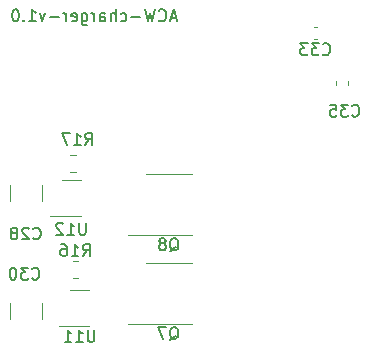
<source format=gbr>
%TF.GenerationSoftware,KiCad,Pcbnew,7.0.9-7.0.9~ubuntu22.04.1*%
%TF.CreationDate,2023-12-14T14:14:35+03:00*%
%TF.ProjectId,main-module,6d61696e-2d6d-46f6-9475-6c652e6b6963,rev?*%
%TF.SameCoordinates,Original*%
%TF.FileFunction,Legend,Bot*%
%TF.FilePolarity,Positive*%
%FSLAX46Y46*%
G04 Gerber Fmt 4.6, Leading zero omitted, Abs format (unit mm)*
G04 Created by KiCad (PCBNEW 7.0.9-7.0.9~ubuntu22.04.1) date 2023-12-14 14:14:35*
%MOMM*%
%LPD*%
G01*
G04 APERTURE LIST*
%ADD10C,0.150000*%
%ADD11C,0.120000*%
G04 APERTURE END LIST*
D10*
X159910839Y-61184104D02*
X159434649Y-61184104D01*
X160006077Y-61469819D02*
X159672744Y-60469819D01*
X159672744Y-60469819D02*
X159339411Y-61469819D01*
X158434649Y-61374580D02*
X158482268Y-61422200D01*
X158482268Y-61422200D02*
X158625125Y-61469819D01*
X158625125Y-61469819D02*
X158720363Y-61469819D01*
X158720363Y-61469819D02*
X158863220Y-61422200D01*
X158863220Y-61422200D02*
X158958458Y-61326961D01*
X158958458Y-61326961D02*
X159006077Y-61231723D01*
X159006077Y-61231723D02*
X159053696Y-61041247D01*
X159053696Y-61041247D02*
X159053696Y-60898390D01*
X159053696Y-60898390D02*
X159006077Y-60707914D01*
X159006077Y-60707914D02*
X158958458Y-60612676D01*
X158958458Y-60612676D02*
X158863220Y-60517438D01*
X158863220Y-60517438D02*
X158720363Y-60469819D01*
X158720363Y-60469819D02*
X158625125Y-60469819D01*
X158625125Y-60469819D02*
X158482268Y-60517438D01*
X158482268Y-60517438D02*
X158434649Y-60565057D01*
X158101315Y-60469819D02*
X157863220Y-61469819D01*
X157863220Y-61469819D02*
X157672744Y-60755533D01*
X157672744Y-60755533D02*
X157482268Y-61469819D01*
X157482268Y-61469819D02*
X157244173Y-60469819D01*
X156863220Y-61088866D02*
X156101316Y-61088866D01*
X155196554Y-61422200D02*
X155291792Y-61469819D01*
X155291792Y-61469819D02*
X155482268Y-61469819D01*
X155482268Y-61469819D02*
X155577506Y-61422200D01*
X155577506Y-61422200D02*
X155625125Y-61374580D01*
X155625125Y-61374580D02*
X155672744Y-61279342D01*
X155672744Y-61279342D02*
X155672744Y-60993628D01*
X155672744Y-60993628D02*
X155625125Y-60898390D01*
X155625125Y-60898390D02*
X155577506Y-60850771D01*
X155577506Y-60850771D02*
X155482268Y-60803152D01*
X155482268Y-60803152D02*
X155291792Y-60803152D01*
X155291792Y-60803152D02*
X155196554Y-60850771D01*
X154767982Y-61469819D02*
X154767982Y-60469819D01*
X154339411Y-61469819D02*
X154339411Y-60946009D01*
X154339411Y-60946009D02*
X154387030Y-60850771D01*
X154387030Y-60850771D02*
X154482268Y-60803152D01*
X154482268Y-60803152D02*
X154625125Y-60803152D01*
X154625125Y-60803152D02*
X154720363Y-60850771D01*
X154720363Y-60850771D02*
X154767982Y-60898390D01*
X153434649Y-61469819D02*
X153434649Y-60946009D01*
X153434649Y-60946009D02*
X153482268Y-60850771D01*
X153482268Y-60850771D02*
X153577506Y-60803152D01*
X153577506Y-60803152D02*
X153767982Y-60803152D01*
X153767982Y-60803152D02*
X153863220Y-60850771D01*
X153434649Y-61422200D02*
X153529887Y-61469819D01*
X153529887Y-61469819D02*
X153767982Y-61469819D01*
X153767982Y-61469819D02*
X153863220Y-61422200D01*
X153863220Y-61422200D02*
X153910839Y-61326961D01*
X153910839Y-61326961D02*
X153910839Y-61231723D01*
X153910839Y-61231723D02*
X153863220Y-61136485D01*
X153863220Y-61136485D02*
X153767982Y-61088866D01*
X153767982Y-61088866D02*
X153529887Y-61088866D01*
X153529887Y-61088866D02*
X153434649Y-61041247D01*
X152958458Y-61469819D02*
X152958458Y-60803152D01*
X152958458Y-60993628D02*
X152910839Y-60898390D01*
X152910839Y-60898390D02*
X152863220Y-60850771D01*
X152863220Y-60850771D02*
X152767982Y-60803152D01*
X152767982Y-60803152D02*
X152672744Y-60803152D01*
X151910839Y-60803152D02*
X151910839Y-61612676D01*
X151910839Y-61612676D02*
X151958458Y-61707914D01*
X151958458Y-61707914D02*
X152006077Y-61755533D01*
X152006077Y-61755533D02*
X152101315Y-61803152D01*
X152101315Y-61803152D02*
X152244172Y-61803152D01*
X152244172Y-61803152D02*
X152339410Y-61755533D01*
X151910839Y-61422200D02*
X152006077Y-61469819D01*
X152006077Y-61469819D02*
X152196553Y-61469819D01*
X152196553Y-61469819D02*
X152291791Y-61422200D01*
X152291791Y-61422200D02*
X152339410Y-61374580D01*
X152339410Y-61374580D02*
X152387029Y-61279342D01*
X152387029Y-61279342D02*
X152387029Y-60993628D01*
X152387029Y-60993628D02*
X152339410Y-60898390D01*
X152339410Y-60898390D02*
X152291791Y-60850771D01*
X152291791Y-60850771D02*
X152196553Y-60803152D01*
X152196553Y-60803152D02*
X152006077Y-60803152D01*
X152006077Y-60803152D02*
X151910839Y-60850771D01*
X151053696Y-61422200D02*
X151148934Y-61469819D01*
X151148934Y-61469819D02*
X151339410Y-61469819D01*
X151339410Y-61469819D02*
X151434648Y-61422200D01*
X151434648Y-61422200D02*
X151482267Y-61326961D01*
X151482267Y-61326961D02*
X151482267Y-60946009D01*
X151482267Y-60946009D02*
X151434648Y-60850771D01*
X151434648Y-60850771D02*
X151339410Y-60803152D01*
X151339410Y-60803152D02*
X151148934Y-60803152D01*
X151148934Y-60803152D02*
X151053696Y-60850771D01*
X151053696Y-60850771D02*
X151006077Y-60946009D01*
X151006077Y-60946009D02*
X151006077Y-61041247D01*
X151006077Y-61041247D02*
X151482267Y-61136485D01*
X150577505Y-61469819D02*
X150577505Y-60803152D01*
X150577505Y-60993628D02*
X150529886Y-60898390D01*
X150529886Y-60898390D02*
X150482267Y-60850771D01*
X150482267Y-60850771D02*
X150387029Y-60803152D01*
X150387029Y-60803152D02*
X150291791Y-60803152D01*
X149958457Y-61088866D02*
X149196553Y-61088866D01*
X148815600Y-60803152D02*
X148577505Y-61469819D01*
X148577505Y-61469819D02*
X148339410Y-60803152D01*
X147434648Y-61469819D02*
X148006076Y-61469819D01*
X147720362Y-61469819D02*
X147720362Y-60469819D01*
X147720362Y-60469819D02*
X147815600Y-60612676D01*
X147815600Y-60612676D02*
X147910838Y-60707914D01*
X147910838Y-60707914D02*
X148006076Y-60755533D01*
X147006076Y-61374580D02*
X146958457Y-61422200D01*
X146958457Y-61422200D02*
X147006076Y-61469819D01*
X147006076Y-61469819D02*
X147053695Y-61422200D01*
X147053695Y-61422200D02*
X147006076Y-61374580D01*
X147006076Y-61374580D02*
X147006076Y-61469819D01*
X146339410Y-60469819D02*
X146244172Y-60469819D01*
X146244172Y-60469819D02*
X146148934Y-60517438D01*
X146148934Y-60517438D02*
X146101315Y-60565057D01*
X146101315Y-60565057D02*
X146053696Y-60660295D01*
X146053696Y-60660295D02*
X146006077Y-60850771D01*
X146006077Y-60850771D02*
X146006077Y-61088866D01*
X146006077Y-61088866D02*
X146053696Y-61279342D01*
X146053696Y-61279342D02*
X146101315Y-61374580D01*
X146101315Y-61374580D02*
X146148934Y-61422200D01*
X146148934Y-61422200D02*
X146244172Y-61469819D01*
X146244172Y-61469819D02*
X146339410Y-61469819D01*
X146339410Y-61469819D02*
X146434648Y-61422200D01*
X146434648Y-61422200D02*
X146482267Y-61374580D01*
X146482267Y-61374580D02*
X146529886Y-61279342D01*
X146529886Y-61279342D02*
X146577505Y-61088866D01*
X146577505Y-61088866D02*
X146577505Y-60850771D01*
X146577505Y-60850771D02*
X146529886Y-60660295D01*
X146529886Y-60660295D02*
X146482267Y-60565057D01*
X146482267Y-60565057D02*
X146434648Y-60517438D01*
X146434648Y-60517438D02*
X146339410Y-60469819D01*
X174792857Y-69447080D02*
X174840476Y-69494700D01*
X174840476Y-69494700D02*
X174983333Y-69542319D01*
X174983333Y-69542319D02*
X175078571Y-69542319D01*
X175078571Y-69542319D02*
X175221428Y-69494700D01*
X175221428Y-69494700D02*
X175316666Y-69399461D01*
X175316666Y-69399461D02*
X175364285Y-69304223D01*
X175364285Y-69304223D02*
X175411904Y-69113747D01*
X175411904Y-69113747D02*
X175411904Y-68970890D01*
X175411904Y-68970890D02*
X175364285Y-68780414D01*
X175364285Y-68780414D02*
X175316666Y-68685176D01*
X175316666Y-68685176D02*
X175221428Y-68589938D01*
X175221428Y-68589938D02*
X175078571Y-68542319D01*
X175078571Y-68542319D02*
X174983333Y-68542319D01*
X174983333Y-68542319D02*
X174840476Y-68589938D01*
X174840476Y-68589938D02*
X174792857Y-68637557D01*
X174459523Y-68542319D02*
X173840476Y-68542319D01*
X173840476Y-68542319D02*
X174173809Y-68923271D01*
X174173809Y-68923271D02*
X174030952Y-68923271D01*
X174030952Y-68923271D02*
X173935714Y-68970890D01*
X173935714Y-68970890D02*
X173888095Y-69018509D01*
X173888095Y-69018509D02*
X173840476Y-69113747D01*
X173840476Y-69113747D02*
X173840476Y-69351842D01*
X173840476Y-69351842D02*
X173888095Y-69447080D01*
X173888095Y-69447080D02*
X173935714Y-69494700D01*
X173935714Y-69494700D02*
X174030952Y-69542319D01*
X174030952Y-69542319D02*
X174316666Y-69542319D01*
X174316666Y-69542319D02*
X174411904Y-69494700D01*
X174411904Y-69494700D02*
X174459523Y-69447080D01*
X172935714Y-68542319D02*
X173411904Y-68542319D01*
X173411904Y-68542319D02*
X173459523Y-69018509D01*
X173459523Y-69018509D02*
X173411904Y-68970890D01*
X173411904Y-68970890D02*
X173316666Y-68923271D01*
X173316666Y-68923271D02*
X173078571Y-68923271D01*
X173078571Y-68923271D02*
X172983333Y-68970890D01*
X172983333Y-68970890D02*
X172935714Y-69018509D01*
X172935714Y-69018509D02*
X172888095Y-69113747D01*
X172888095Y-69113747D02*
X172888095Y-69351842D01*
X172888095Y-69351842D02*
X172935714Y-69447080D01*
X172935714Y-69447080D02*
X172983333Y-69494700D01*
X172983333Y-69494700D02*
X173078571Y-69542319D01*
X173078571Y-69542319D02*
X173316666Y-69542319D01*
X173316666Y-69542319D02*
X173411904Y-69494700D01*
X173411904Y-69494700D02*
X173459523Y-69447080D01*
X152975630Y-87604819D02*
X152975630Y-88414342D01*
X152975630Y-88414342D02*
X152928011Y-88509580D01*
X152928011Y-88509580D02*
X152880392Y-88557200D01*
X152880392Y-88557200D02*
X152785154Y-88604819D01*
X152785154Y-88604819D02*
X152594678Y-88604819D01*
X152594678Y-88604819D02*
X152499440Y-88557200D01*
X152499440Y-88557200D02*
X152451821Y-88509580D01*
X152451821Y-88509580D02*
X152404202Y-88414342D01*
X152404202Y-88414342D02*
X152404202Y-87604819D01*
X151404202Y-88604819D02*
X151975630Y-88604819D01*
X151689916Y-88604819D02*
X151689916Y-87604819D01*
X151689916Y-87604819D02*
X151785154Y-87747676D01*
X151785154Y-87747676D02*
X151880392Y-87842914D01*
X151880392Y-87842914D02*
X151975630Y-87890533D01*
X150451821Y-88604819D02*
X151023249Y-88604819D01*
X150737535Y-88604819D02*
X150737535Y-87604819D01*
X150737535Y-87604819D02*
X150832773Y-87747676D01*
X150832773Y-87747676D02*
X150928011Y-87842914D01*
X150928011Y-87842914D02*
X151023249Y-87890533D01*
X151992857Y-81342319D02*
X152326190Y-80866128D01*
X152564285Y-81342319D02*
X152564285Y-80342319D01*
X152564285Y-80342319D02*
X152183333Y-80342319D01*
X152183333Y-80342319D02*
X152088095Y-80389938D01*
X152088095Y-80389938D02*
X152040476Y-80437557D01*
X152040476Y-80437557D02*
X151992857Y-80532795D01*
X151992857Y-80532795D02*
X151992857Y-80675652D01*
X151992857Y-80675652D02*
X152040476Y-80770890D01*
X152040476Y-80770890D02*
X152088095Y-80818509D01*
X152088095Y-80818509D02*
X152183333Y-80866128D01*
X152183333Y-80866128D02*
X152564285Y-80866128D01*
X151040476Y-81342319D02*
X151611904Y-81342319D01*
X151326190Y-81342319D02*
X151326190Y-80342319D01*
X151326190Y-80342319D02*
X151421428Y-80485176D01*
X151421428Y-80485176D02*
X151516666Y-80580414D01*
X151516666Y-80580414D02*
X151611904Y-80628033D01*
X150183333Y-80342319D02*
X150373809Y-80342319D01*
X150373809Y-80342319D02*
X150469047Y-80389938D01*
X150469047Y-80389938D02*
X150516666Y-80437557D01*
X150516666Y-80437557D02*
X150611904Y-80580414D01*
X150611904Y-80580414D02*
X150659523Y-80770890D01*
X150659523Y-80770890D02*
X150659523Y-81151842D01*
X150659523Y-81151842D02*
X150611904Y-81247080D01*
X150611904Y-81247080D02*
X150564285Y-81294700D01*
X150564285Y-81294700D02*
X150469047Y-81342319D01*
X150469047Y-81342319D02*
X150278571Y-81342319D01*
X150278571Y-81342319D02*
X150183333Y-81294700D01*
X150183333Y-81294700D02*
X150135714Y-81247080D01*
X150135714Y-81247080D02*
X150088095Y-81151842D01*
X150088095Y-81151842D02*
X150088095Y-80913747D01*
X150088095Y-80913747D02*
X150135714Y-80818509D01*
X150135714Y-80818509D02*
X150183333Y-80770890D01*
X150183333Y-80770890D02*
X150278571Y-80723271D01*
X150278571Y-80723271D02*
X150469047Y-80723271D01*
X150469047Y-80723271D02*
X150564285Y-80770890D01*
X150564285Y-80770890D02*
X150611904Y-80818509D01*
X150611904Y-80818509D02*
X150659523Y-80913747D01*
X159345238Y-80950057D02*
X159440476Y-80902438D01*
X159440476Y-80902438D02*
X159535714Y-80807200D01*
X159535714Y-80807200D02*
X159678571Y-80664342D01*
X159678571Y-80664342D02*
X159773809Y-80616723D01*
X159773809Y-80616723D02*
X159869047Y-80616723D01*
X159821428Y-80854819D02*
X159916666Y-80807200D01*
X159916666Y-80807200D02*
X160011904Y-80711961D01*
X160011904Y-80711961D02*
X160059523Y-80521485D01*
X160059523Y-80521485D02*
X160059523Y-80188152D01*
X160059523Y-80188152D02*
X160011904Y-79997676D01*
X160011904Y-79997676D02*
X159916666Y-79902438D01*
X159916666Y-79902438D02*
X159821428Y-79854819D01*
X159821428Y-79854819D02*
X159630952Y-79854819D01*
X159630952Y-79854819D02*
X159535714Y-79902438D01*
X159535714Y-79902438D02*
X159440476Y-79997676D01*
X159440476Y-79997676D02*
X159392857Y-80188152D01*
X159392857Y-80188152D02*
X159392857Y-80521485D01*
X159392857Y-80521485D02*
X159440476Y-80711961D01*
X159440476Y-80711961D02*
X159535714Y-80807200D01*
X159535714Y-80807200D02*
X159630952Y-80854819D01*
X159630952Y-80854819D02*
X159821428Y-80854819D01*
X158821428Y-80283390D02*
X158916666Y-80235771D01*
X158916666Y-80235771D02*
X158964285Y-80188152D01*
X158964285Y-80188152D02*
X159011904Y-80092914D01*
X159011904Y-80092914D02*
X159011904Y-80045295D01*
X159011904Y-80045295D02*
X158964285Y-79950057D01*
X158964285Y-79950057D02*
X158916666Y-79902438D01*
X158916666Y-79902438D02*
X158821428Y-79854819D01*
X158821428Y-79854819D02*
X158630952Y-79854819D01*
X158630952Y-79854819D02*
X158535714Y-79902438D01*
X158535714Y-79902438D02*
X158488095Y-79950057D01*
X158488095Y-79950057D02*
X158440476Y-80045295D01*
X158440476Y-80045295D02*
X158440476Y-80092914D01*
X158440476Y-80092914D02*
X158488095Y-80188152D01*
X158488095Y-80188152D02*
X158535714Y-80235771D01*
X158535714Y-80235771D02*
X158630952Y-80283390D01*
X158630952Y-80283390D02*
X158821428Y-80283390D01*
X158821428Y-80283390D02*
X158916666Y-80331009D01*
X158916666Y-80331009D02*
X158964285Y-80378628D01*
X158964285Y-80378628D02*
X159011904Y-80473866D01*
X159011904Y-80473866D02*
X159011904Y-80664342D01*
X159011904Y-80664342D02*
X158964285Y-80759580D01*
X158964285Y-80759580D02*
X158916666Y-80807200D01*
X158916666Y-80807200D02*
X158821428Y-80854819D01*
X158821428Y-80854819D02*
X158630952Y-80854819D01*
X158630952Y-80854819D02*
X158535714Y-80807200D01*
X158535714Y-80807200D02*
X158488095Y-80759580D01*
X158488095Y-80759580D02*
X158440476Y-80664342D01*
X158440476Y-80664342D02*
X158440476Y-80473866D01*
X158440476Y-80473866D02*
X158488095Y-80378628D01*
X158488095Y-80378628D02*
X158535714Y-80331009D01*
X158535714Y-80331009D02*
X158630952Y-80283390D01*
X159345238Y-88450057D02*
X159440476Y-88402438D01*
X159440476Y-88402438D02*
X159535714Y-88307200D01*
X159535714Y-88307200D02*
X159678571Y-88164342D01*
X159678571Y-88164342D02*
X159773809Y-88116723D01*
X159773809Y-88116723D02*
X159869047Y-88116723D01*
X159821428Y-88354819D02*
X159916666Y-88307200D01*
X159916666Y-88307200D02*
X160011904Y-88211961D01*
X160011904Y-88211961D02*
X160059523Y-88021485D01*
X160059523Y-88021485D02*
X160059523Y-87688152D01*
X160059523Y-87688152D02*
X160011904Y-87497676D01*
X160011904Y-87497676D02*
X159916666Y-87402438D01*
X159916666Y-87402438D02*
X159821428Y-87354819D01*
X159821428Y-87354819D02*
X159630952Y-87354819D01*
X159630952Y-87354819D02*
X159535714Y-87402438D01*
X159535714Y-87402438D02*
X159440476Y-87497676D01*
X159440476Y-87497676D02*
X159392857Y-87688152D01*
X159392857Y-87688152D02*
X159392857Y-88021485D01*
X159392857Y-88021485D02*
X159440476Y-88211961D01*
X159440476Y-88211961D02*
X159535714Y-88307200D01*
X159535714Y-88307200D02*
X159630952Y-88354819D01*
X159630952Y-88354819D02*
X159821428Y-88354819D01*
X159059523Y-87354819D02*
X158392857Y-87354819D01*
X158392857Y-87354819D02*
X158821428Y-88354819D01*
X147705321Y-83247080D02*
X147752940Y-83294700D01*
X147752940Y-83294700D02*
X147895797Y-83342319D01*
X147895797Y-83342319D02*
X147991035Y-83342319D01*
X147991035Y-83342319D02*
X148133892Y-83294700D01*
X148133892Y-83294700D02*
X148229130Y-83199461D01*
X148229130Y-83199461D02*
X148276749Y-83104223D01*
X148276749Y-83104223D02*
X148324368Y-82913747D01*
X148324368Y-82913747D02*
X148324368Y-82770890D01*
X148324368Y-82770890D02*
X148276749Y-82580414D01*
X148276749Y-82580414D02*
X148229130Y-82485176D01*
X148229130Y-82485176D02*
X148133892Y-82389938D01*
X148133892Y-82389938D02*
X147991035Y-82342319D01*
X147991035Y-82342319D02*
X147895797Y-82342319D01*
X147895797Y-82342319D02*
X147752940Y-82389938D01*
X147752940Y-82389938D02*
X147705321Y-82437557D01*
X147371987Y-82342319D02*
X146752940Y-82342319D01*
X146752940Y-82342319D02*
X147086273Y-82723271D01*
X147086273Y-82723271D02*
X146943416Y-82723271D01*
X146943416Y-82723271D02*
X146848178Y-82770890D01*
X146848178Y-82770890D02*
X146800559Y-82818509D01*
X146800559Y-82818509D02*
X146752940Y-82913747D01*
X146752940Y-82913747D02*
X146752940Y-83151842D01*
X146752940Y-83151842D02*
X146800559Y-83247080D01*
X146800559Y-83247080D02*
X146848178Y-83294700D01*
X146848178Y-83294700D02*
X146943416Y-83342319D01*
X146943416Y-83342319D02*
X147229130Y-83342319D01*
X147229130Y-83342319D02*
X147324368Y-83294700D01*
X147324368Y-83294700D02*
X147371987Y-83247080D01*
X146133892Y-82342319D02*
X146038654Y-82342319D01*
X146038654Y-82342319D02*
X145943416Y-82389938D01*
X145943416Y-82389938D02*
X145895797Y-82437557D01*
X145895797Y-82437557D02*
X145848178Y-82532795D01*
X145848178Y-82532795D02*
X145800559Y-82723271D01*
X145800559Y-82723271D02*
X145800559Y-82961366D01*
X145800559Y-82961366D02*
X145848178Y-83151842D01*
X145848178Y-83151842D02*
X145895797Y-83247080D01*
X145895797Y-83247080D02*
X145943416Y-83294700D01*
X145943416Y-83294700D02*
X146038654Y-83342319D01*
X146038654Y-83342319D02*
X146133892Y-83342319D01*
X146133892Y-83342319D02*
X146229130Y-83294700D01*
X146229130Y-83294700D02*
X146276749Y-83247080D01*
X146276749Y-83247080D02*
X146324368Y-83151842D01*
X146324368Y-83151842D02*
X146371987Y-82961366D01*
X146371987Y-82961366D02*
X146371987Y-82723271D01*
X146371987Y-82723271D02*
X146324368Y-82532795D01*
X146324368Y-82532795D02*
X146276749Y-82437557D01*
X146276749Y-82437557D02*
X146229130Y-82389938D01*
X146229130Y-82389938D02*
X146133892Y-82342319D01*
X147792857Y-79847080D02*
X147840476Y-79894700D01*
X147840476Y-79894700D02*
X147983333Y-79942319D01*
X147983333Y-79942319D02*
X148078571Y-79942319D01*
X148078571Y-79942319D02*
X148221428Y-79894700D01*
X148221428Y-79894700D02*
X148316666Y-79799461D01*
X148316666Y-79799461D02*
X148364285Y-79704223D01*
X148364285Y-79704223D02*
X148411904Y-79513747D01*
X148411904Y-79513747D02*
X148411904Y-79370890D01*
X148411904Y-79370890D02*
X148364285Y-79180414D01*
X148364285Y-79180414D02*
X148316666Y-79085176D01*
X148316666Y-79085176D02*
X148221428Y-78989938D01*
X148221428Y-78989938D02*
X148078571Y-78942319D01*
X148078571Y-78942319D02*
X147983333Y-78942319D01*
X147983333Y-78942319D02*
X147840476Y-78989938D01*
X147840476Y-78989938D02*
X147792857Y-79037557D01*
X147411904Y-79037557D02*
X147364285Y-78989938D01*
X147364285Y-78989938D02*
X147269047Y-78942319D01*
X147269047Y-78942319D02*
X147030952Y-78942319D01*
X147030952Y-78942319D02*
X146935714Y-78989938D01*
X146935714Y-78989938D02*
X146888095Y-79037557D01*
X146888095Y-79037557D02*
X146840476Y-79132795D01*
X146840476Y-79132795D02*
X146840476Y-79228033D01*
X146840476Y-79228033D02*
X146888095Y-79370890D01*
X146888095Y-79370890D02*
X147459523Y-79942319D01*
X147459523Y-79942319D02*
X146840476Y-79942319D01*
X146269047Y-79370890D02*
X146364285Y-79323271D01*
X146364285Y-79323271D02*
X146411904Y-79275652D01*
X146411904Y-79275652D02*
X146459523Y-79180414D01*
X146459523Y-79180414D02*
X146459523Y-79132795D01*
X146459523Y-79132795D02*
X146411904Y-79037557D01*
X146411904Y-79037557D02*
X146364285Y-78989938D01*
X146364285Y-78989938D02*
X146269047Y-78942319D01*
X146269047Y-78942319D02*
X146078571Y-78942319D01*
X146078571Y-78942319D02*
X145983333Y-78989938D01*
X145983333Y-78989938D02*
X145935714Y-79037557D01*
X145935714Y-79037557D02*
X145888095Y-79132795D01*
X145888095Y-79132795D02*
X145888095Y-79180414D01*
X145888095Y-79180414D02*
X145935714Y-79275652D01*
X145935714Y-79275652D02*
X145983333Y-79323271D01*
X145983333Y-79323271D02*
X146078571Y-79370890D01*
X146078571Y-79370890D02*
X146269047Y-79370890D01*
X146269047Y-79370890D02*
X146364285Y-79418509D01*
X146364285Y-79418509D02*
X146411904Y-79466128D01*
X146411904Y-79466128D02*
X146459523Y-79561366D01*
X146459523Y-79561366D02*
X146459523Y-79751842D01*
X146459523Y-79751842D02*
X146411904Y-79847080D01*
X146411904Y-79847080D02*
X146364285Y-79894700D01*
X146364285Y-79894700D02*
X146269047Y-79942319D01*
X146269047Y-79942319D02*
X146078571Y-79942319D01*
X146078571Y-79942319D02*
X145983333Y-79894700D01*
X145983333Y-79894700D02*
X145935714Y-79847080D01*
X145935714Y-79847080D02*
X145888095Y-79751842D01*
X145888095Y-79751842D02*
X145888095Y-79561366D01*
X145888095Y-79561366D02*
X145935714Y-79466128D01*
X145935714Y-79466128D02*
X145983333Y-79418509D01*
X145983333Y-79418509D02*
X146078571Y-79370890D01*
X172317857Y-64237080D02*
X172365476Y-64284700D01*
X172365476Y-64284700D02*
X172508333Y-64332319D01*
X172508333Y-64332319D02*
X172603571Y-64332319D01*
X172603571Y-64332319D02*
X172746428Y-64284700D01*
X172746428Y-64284700D02*
X172841666Y-64189461D01*
X172841666Y-64189461D02*
X172889285Y-64094223D01*
X172889285Y-64094223D02*
X172936904Y-63903747D01*
X172936904Y-63903747D02*
X172936904Y-63760890D01*
X172936904Y-63760890D02*
X172889285Y-63570414D01*
X172889285Y-63570414D02*
X172841666Y-63475176D01*
X172841666Y-63475176D02*
X172746428Y-63379938D01*
X172746428Y-63379938D02*
X172603571Y-63332319D01*
X172603571Y-63332319D02*
X172508333Y-63332319D01*
X172508333Y-63332319D02*
X172365476Y-63379938D01*
X172365476Y-63379938D02*
X172317857Y-63427557D01*
X171984523Y-63332319D02*
X171365476Y-63332319D01*
X171365476Y-63332319D02*
X171698809Y-63713271D01*
X171698809Y-63713271D02*
X171555952Y-63713271D01*
X171555952Y-63713271D02*
X171460714Y-63760890D01*
X171460714Y-63760890D02*
X171413095Y-63808509D01*
X171413095Y-63808509D02*
X171365476Y-63903747D01*
X171365476Y-63903747D02*
X171365476Y-64141842D01*
X171365476Y-64141842D02*
X171413095Y-64237080D01*
X171413095Y-64237080D02*
X171460714Y-64284700D01*
X171460714Y-64284700D02*
X171555952Y-64332319D01*
X171555952Y-64332319D02*
X171841666Y-64332319D01*
X171841666Y-64332319D02*
X171936904Y-64284700D01*
X171936904Y-64284700D02*
X171984523Y-64237080D01*
X171032142Y-63332319D02*
X170413095Y-63332319D01*
X170413095Y-63332319D02*
X170746428Y-63713271D01*
X170746428Y-63713271D02*
X170603571Y-63713271D01*
X170603571Y-63713271D02*
X170508333Y-63760890D01*
X170508333Y-63760890D02*
X170460714Y-63808509D01*
X170460714Y-63808509D02*
X170413095Y-63903747D01*
X170413095Y-63903747D02*
X170413095Y-64141842D01*
X170413095Y-64141842D02*
X170460714Y-64237080D01*
X170460714Y-64237080D02*
X170508333Y-64284700D01*
X170508333Y-64284700D02*
X170603571Y-64332319D01*
X170603571Y-64332319D02*
X170889285Y-64332319D01*
X170889285Y-64332319D02*
X170984523Y-64284700D01*
X170984523Y-64284700D02*
X171032142Y-64237080D01*
X152250594Y-78542319D02*
X152250594Y-79351842D01*
X152250594Y-79351842D02*
X152202975Y-79447080D01*
X152202975Y-79447080D02*
X152155356Y-79494700D01*
X152155356Y-79494700D02*
X152060118Y-79542319D01*
X152060118Y-79542319D02*
X151869642Y-79542319D01*
X151869642Y-79542319D02*
X151774404Y-79494700D01*
X151774404Y-79494700D02*
X151726785Y-79447080D01*
X151726785Y-79447080D02*
X151679166Y-79351842D01*
X151679166Y-79351842D02*
X151679166Y-78542319D01*
X150679166Y-79542319D02*
X151250594Y-79542319D01*
X150964880Y-79542319D02*
X150964880Y-78542319D01*
X150964880Y-78542319D02*
X151060118Y-78685176D01*
X151060118Y-78685176D02*
X151155356Y-78780414D01*
X151155356Y-78780414D02*
X151250594Y-78828033D01*
X150298213Y-78637557D02*
X150250594Y-78589938D01*
X150250594Y-78589938D02*
X150155356Y-78542319D01*
X150155356Y-78542319D02*
X149917261Y-78542319D01*
X149917261Y-78542319D02*
X149822023Y-78589938D01*
X149822023Y-78589938D02*
X149774404Y-78637557D01*
X149774404Y-78637557D02*
X149726785Y-78732795D01*
X149726785Y-78732795D02*
X149726785Y-78828033D01*
X149726785Y-78828033D02*
X149774404Y-78970890D01*
X149774404Y-78970890D02*
X150345832Y-79542319D01*
X150345832Y-79542319D02*
X149726785Y-79542319D01*
X152192857Y-71942319D02*
X152526190Y-71466128D01*
X152764285Y-71942319D02*
X152764285Y-70942319D01*
X152764285Y-70942319D02*
X152383333Y-70942319D01*
X152383333Y-70942319D02*
X152288095Y-70989938D01*
X152288095Y-70989938D02*
X152240476Y-71037557D01*
X152240476Y-71037557D02*
X152192857Y-71132795D01*
X152192857Y-71132795D02*
X152192857Y-71275652D01*
X152192857Y-71275652D02*
X152240476Y-71370890D01*
X152240476Y-71370890D02*
X152288095Y-71418509D01*
X152288095Y-71418509D02*
X152383333Y-71466128D01*
X152383333Y-71466128D02*
X152764285Y-71466128D01*
X151240476Y-71942319D02*
X151811904Y-71942319D01*
X151526190Y-71942319D02*
X151526190Y-70942319D01*
X151526190Y-70942319D02*
X151621428Y-71085176D01*
X151621428Y-71085176D02*
X151716666Y-71180414D01*
X151716666Y-71180414D02*
X151811904Y-71228033D01*
X150907142Y-70942319D02*
X150240476Y-70942319D01*
X150240476Y-70942319D02*
X150669047Y-71942319D01*
D11*
%TO.C,C35*%
X173415000Y-66838080D02*
X173415000Y-66556920D01*
X174435000Y-66838080D02*
X174435000Y-66556920D01*
%TO.C,U11*%
X151737536Y-84190000D02*
X150937536Y-84190000D01*
X151737536Y-84190000D02*
X152537536Y-84190000D01*
X151737536Y-87310000D02*
X149937536Y-87310000D01*
X151737536Y-87310000D02*
X152537536Y-87310000D01*
%TO.C,R16*%
X151122936Y-81752500D02*
X151577064Y-81752500D01*
X151122936Y-83222500D02*
X151577064Y-83222500D01*
%TO.C,Q8*%
X159250000Y-74440000D02*
X157300000Y-74440000D01*
X159250000Y-74440000D02*
X161200000Y-74440000D01*
X159250000Y-79560000D02*
X155800000Y-79560000D01*
X159250000Y-79560000D02*
X161200000Y-79560000D01*
%TO.C,Q7*%
X159250000Y-81940000D02*
X157300000Y-81940000D01*
X159250000Y-81940000D02*
X161200000Y-81940000D01*
X159250000Y-87060000D02*
X155800000Y-87060000D01*
X159250000Y-87060000D02*
X161200000Y-87060000D01*
%TO.C,C30*%
X148560000Y-85288748D02*
X148560000Y-86711252D01*
X145840000Y-85288748D02*
X145840000Y-86711252D01*
%TO.C,C28*%
X148510000Y-75301248D02*
X148510000Y-76723752D01*
X145790000Y-75301248D02*
X145790000Y-76723752D01*
%TO.C,C33*%
X171534420Y-61937500D02*
X171815580Y-61937500D01*
X171534420Y-62957500D02*
X171815580Y-62957500D01*
%TO.C,U12*%
X151012500Y-74877500D02*
X150212500Y-74877500D01*
X151012500Y-74877500D02*
X151812500Y-74877500D01*
X151012500Y-77997500D02*
X149212500Y-77997500D01*
X151012500Y-77997500D02*
X151812500Y-77997500D01*
%TO.C,R17*%
X150922936Y-72752500D02*
X151377064Y-72752500D01*
X150922936Y-74222500D02*
X151377064Y-74222500D01*
%TD*%
M02*

</source>
